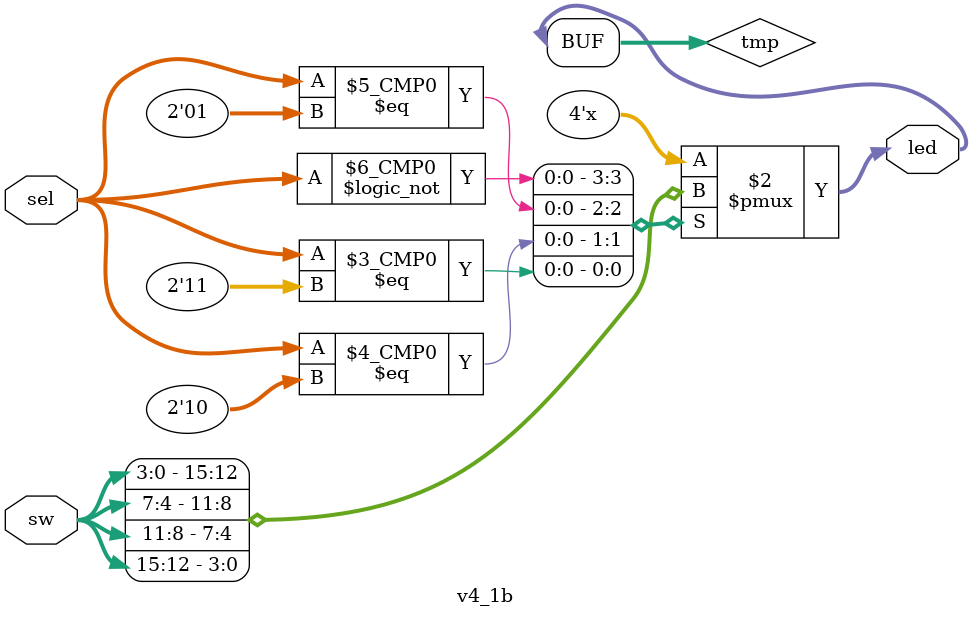
<source format=v>
`timescale 1ns / 1ps


module v4_1b(
    input [15:0] sw,
    input [1:0] sel,
    output [3:0] led
    );
reg [3:0] tmp;
always@(sw, sel) begin
    case (sel)
    2'b00:  tmp <= sw[3:0];
    2'b01:  tmp <= sw[7:4];
    2'b10:  tmp <= sw[11:8];
    2'b11:  tmp <= sw[15:12];    
    endcase
end      
assign led = tmp;
endmodule

</source>
